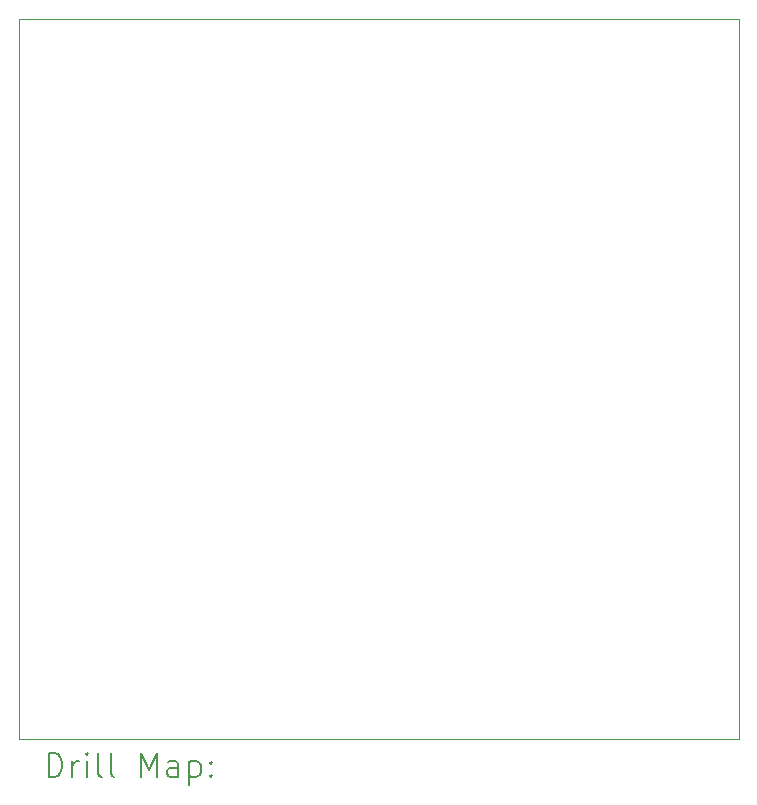
<source format=gbr>
%TF.GenerationSoftware,KiCad,Pcbnew,7.0.5*%
%TF.CreationDate,2023-10-17T21:20:01+10:00*%
%TF.ProjectId,Test Stand,54657374-2053-4746-916e-642e6b696361,rev?*%
%TF.SameCoordinates,Original*%
%TF.FileFunction,Drillmap*%
%TF.FilePolarity,Positive*%
%FSLAX45Y45*%
G04 Gerber Fmt 4.5, Leading zero omitted, Abs format (unit mm)*
G04 Created by KiCad (PCBNEW 7.0.5) date 2023-10-17 21:20:01*
%MOMM*%
%LPD*%
G01*
G04 APERTURE LIST*
%ADD10C,0.100000*%
%ADD11C,0.200000*%
G04 APERTURE END LIST*
D10*
X4826000Y-4064000D02*
X10922000Y-4064000D01*
X10922000Y-10160000D01*
X4826000Y-10160000D01*
X4826000Y-4064000D01*
D11*
X5081777Y-10476484D02*
X5081777Y-10276484D01*
X5081777Y-10276484D02*
X5129396Y-10276484D01*
X5129396Y-10276484D02*
X5157967Y-10286008D01*
X5157967Y-10286008D02*
X5177015Y-10305055D01*
X5177015Y-10305055D02*
X5186539Y-10324103D01*
X5186539Y-10324103D02*
X5196063Y-10362198D01*
X5196063Y-10362198D02*
X5196063Y-10390770D01*
X5196063Y-10390770D02*
X5186539Y-10428865D01*
X5186539Y-10428865D02*
X5177015Y-10447912D01*
X5177015Y-10447912D02*
X5157967Y-10466960D01*
X5157967Y-10466960D02*
X5129396Y-10476484D01*
X5129396Y-10476484D02*
X5081777Y-10476484D01*
X5281777Y-10476484D02*
X5281777Y-10343150D01*
X5281777Y-10381246D02*
X5291301Y-10362198D01*
X5291301Y-10362198D02*
X5300824Y-10352674D01*
X5300824Y-10352674D02*
X5319872Y-10343150D01*
X5319872Y-10343150D02*
X5338920Y-10343150D01*
X5405586Y-10476484D02*
X5405586Y-10343150D01*
X5405586Y-10276484D02*
X5396063Y-10286008D01*
X5396063Y-10286008D02*
X5405586Y-10295531D01*
X5405586Y-10295531D02*
X5415110Y-10286008D01*
X5415110Y-10286008D02*
X5405586Y-10276484D01*
X5405586Y-10276484D02*
X5405586Y-10295531D01*
X5529396Y-10476484D02*
X5510348Y-10466960D01*
X5510348Y-10466960D02*
X5500824Y-10447912D01*
X5500824Y-10447912D02*
X5500824Y-10276484D01*
X5634158Y-10476484D02*
X5615110Y-10466960D01*
X5615110Y-10466960D02*
X5605586Y-10447912D01*
X5605586Y-10447912D02*
X5605586Y-10276484D01*
X5862729Y-10476484D02*
X5862729Y-10276484D01*
X5862729Y-10276484D02*
X5929396Y-10419341D01*
X5929396Y-10419341D02*
X5996062Y-10276484D01*
X5996062Y-10276484D02*
X5996062Y-10476484D01*
X6177015Y-10476484D02*
X6177015Y-10371722D01*
X6177015Y-10371722D02*
X6167491Y-10352674D01*
X6167491Y-10352674D02*
X6148443Y-10343150D01*
X6148443Y-10343150D02*
X6110348Y-10343150D01*
X6110348Y-10343150D02*
X6091301Y-10352674D01*
X6177015Y-10466960D02*
X6157967Y-10476484D01*
X6157967Y-10476484D02*
X6110348Y-10476484D01*
X6110348Y-10476484D02*
X6091301Y-10466960D01*
X6091301Y-10466960D02*
X6081777Y-10447912D01*
X6081777Y-10447912D02*
X6081777Y-10428865D01*
X6081777Y-10428865D02*
X6091301Y-10409817D01*
X6091301Y-10409817D02*
X6110348Y-10400293D01*
X6110348Y-10400293D02*
X6157967Y-10400293D01*
X6157967Y-10400293D02*
X6177015Y-10390770D01*
X6272253Y-10343150D02*
X6272253Y-10543150D01*
X6272253Y-10352674D02*
X6291301Y-10343150D01*
X6291301Y-10343150D02*
X6329396Y-10343150D01*
X6329396Y-10343150D02*
X6348443Y-10352674D01*
X6348443Y-10352674D02*
X6357967Y-10362198D01*
X6357967Y-10362198D02*
X6367491Y-10381246D01*
X6367491Y-10381246D02*
X6367491Y-10438389D01*
X6367491Y-10438389D02*
X6357967Y-10457436D01*
X6357967Y-10457436D02*
X6348443Y-10466960D01*
X6348443Y-10466960D02*
X6329396Y-10476484D01*
X6329396Y-10476484D02*
X6291301Y-10476484D01*
X6291301Y-10476484D02*
X6272253Y-10466960D01*
X6453205Y-10457436D02*
X6462729Y-10466960D01*
X6462729Y-10466960D02*
X6453205Y-10476484D01*
X6453205Y-10476484D02*
X6443682Y-10466960D01*
X6443682Y-10466960D02*
X6453205Y-10457436D01*
X6453205Y-10457436D02*
X6453205Y-10476484D01*
X6453205Y-10352674D02*
X6462729Y-10362198D01*
X6462729Y-10362198D02*
X6453205Y-10371722D01*
X6453205Y-10371722D02*
X6443682Y-10362198D01*
X6443682Y-10362198D02*
X6453205Y-10352674D01*
X6453205Y-10352674D02*
X6453205Y-10371722D01*
M02*

</source>
